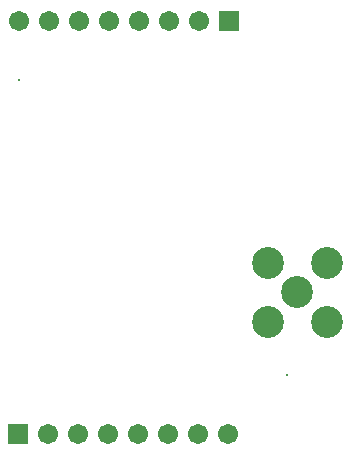
<source format=gbs>
%FSLAX44Y44*%
%MOMM*%
G71*
G01*
G75*
G04 Layer_Color=16711935*
%ADD10R,0.9000X0.8000*%
%ADD11R,0.8000X1.1000*%
%ADD12R,0.8000X0.9000*%
%ADD13R,1.1000X0.8000*%
%ADD14R,2.0000X1.4000*%
%ADD15R,1.0500X0.2500*%
%ADD16R,0.2500X1.0500*%
%ADD17R,2.5000X2.5000*%
%ADD18C,1.5000*%
%ADD19C,0.7500*%
%ADD20C,0.2000*%
%ADD21C,0.5000*%
%ADD22C,0.3000*%
%ADD23C,2.5000*%
%ADD24C,1.5000*%
%ADD25R,1.5000X1.5000*%
%ADD26C,0.8000*%
%ADD27R,1.1032X1.0032*%
%ADD28R,1.0032X1.3032*%
%ADD29R,1.0032X1.1032*%
%ADD30R,1.3032X1.0032*%
%ADD31R,2.2032X1.6032*%
%ADD32R,1.2532X0.4532*%
%ADD33R,0.4532X1.2532*%
%ADD34R,2.7032X2.7032*%
%ADD35C,0.2032*%
%ADD36C,2.7032*%
%ADD37C,1.7032*%
%ADD38R,1.7032X1.7032*%
%ADD39C,1.0032*%
D35*
X1042200Y1350000D02*
D03*
X1269800Y1100250D02*
D03*
D36*
X1253000Y1195000D02*
D03*
Y1145000D02*
D03*
X1278000Y1170000D02*
D03*
X1303000Y1195000D02*
D03*
Y1145000D02*
D03*
D37*
X1219800Y1050000D02*
D03*
X1194400D02*
D03*
X1169000D02*
D03*
X1143600D02*
D03*
X1118200D02*
D03*
X1092800D02*
D03*
X1067400D02*
D03*
X1042200Y1400000D02*
D03*
X1067600D02*
D03*
X1093000D02*
D03*
X1118400D02*
D03*
X1143800D02*
D03*
X1169200D02*
D03*
X1194600D02*
D03*
D38*
X1042000Y1050000D02*
D03*
X1220000Y1400000D02*
D03*
M02*

</source>
